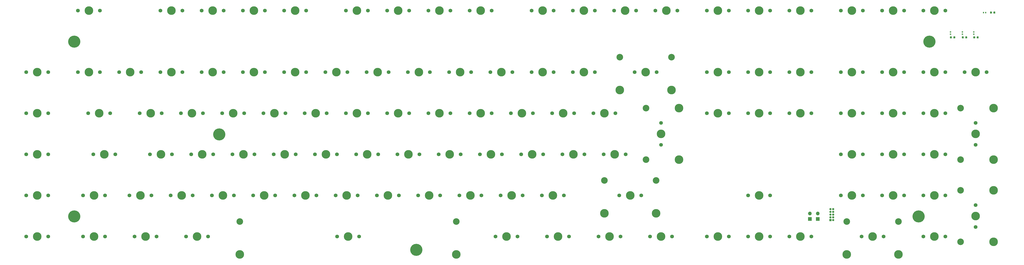
<source format=gbr>
G04 #@! TF.GenerationSoftware,KiCad,Pcbnew,(5.1.9)-1*
G04 #@! TF.CreationDate,2021-04-19T22:21:22+02:00*
G04 #@! TF.ProjectId,keyboard,6b657962-6f61-4726-942e-6b696361645f,rev?*
G04 #@! TF.SameCoordinates,Original*
G04 #@! TF.FileFunction,Soldermask,Top*
G04 #@! TF.FilePolarity,Negative*
%FSLAX46Y46*%
G04 Gerber Fmt 4.6, Leading zero omitted, Abs format (unit mm)*
G04 Created by KiCad (PCBNEW (5.1.9)-1) date 2021-04-19 22:21:22*
%MOMM*%
%LPD*%
G01*
G04 APERTURE LIST*
%ADD10C,3.987800*%
%ADD11C,1.750000*%
%ADD12C,3.048000*%
%ADD13C,1.701800*%
%ADD14C,5.600000*%
%ADD15O,1.700000X1.700000*%
%ADD16R,1.700000X1.700000*%
%ADD17O,1.000000X1.000000*%
%ADD18R,1.000000X1.000000*%
G04 APERTURE END LIST*
D10*
X364331250Y-114300000D03*
D11*
X359251250Y-114300000D03*
X369411250Y-114300000D03*
D10*
X327342500Y-73787000D03*
X327342500Y-97663000D03*
D12*
X312102500Y-73787000D03*
X312102500Y-97663000D03*
D13*
X319087500Y-90805000D03*
X319087500Y-80645000D03*
D10*
X319087500Y-85725000D03*
X254793750Y-76200000D03*
D11*
X249713750Y-76200000D03*
X259873750Y-76200000D03*
D14*
X206000000Y-139500000D03*
X48000000Y-124000000D03*
X115000000Y-86000000D03*
X48000000Y-43000000D03*
X438000000Y-124000000D03*
X443000000Y-43000000D03*
D11*
X450373750Y-133350000D03*
X440213750Y-133350000D03*
D10*
X445293750Y-133350000D03*
X464343750Y-123825000D03*
D11*
X464343750Y-128905000D03*
X464343750Y-118745000D03*
D12*
X457358750Y-135763000D03*
X457358750Y-111887000D03*
D10*
X472598750Y-135763000D03*
X472598750Y-111887000D03*
X472598750Y-73787000D03*
X472598750Y-97663000D03*
D12*
X457358750Y-73787000D03*
X457358750Y-97663000D03*
D11*
X464343750Y-80645000D03*
X464343750Y-90805000D03*
D10*
X464343750Y-85725000D03*
D15*
X391400000Y-122660000D03*
D16*
X391400000Y-125200000D03*
D15*
X387756400Y-122660000D03*
D16*
X387756400Y-125200000D03*
D17*
X398520000Y-120590000D03*
X397250000Y-120590000D03*
X398520000Y-121860000D03*
X397250000Y-121860000D03*
X398520000Y-123130000D03*
X397250000Y-123130000D03*
X398520000Y-124400000D03*
X397250000Y-124400000D03*
X398520000Y-125670000D03*
D18*
X397250000Y-125670000D03*
D10*
X54768750Y-28575000D03*
D11*
X49688750Y-28575000D03*
X59848750Y-28575000D03*
D10*
X92868750Y-28575000D03*
D11*
X87788750Y-28575000D03*
X97948750Y-28575000D03*
D10*
X111918750Y-28575000D03*
D11*
X106838750Y-28575000D03*
X116998750Y-28575000D03*
D10*
X130968750Y-28575000D03*
D11*
X125888750Y-28575000D03*
X136048750Y-28575000D03*
D10*
X150018750Y-28575000D03*
D11*
X144938750Y-28575000D03*
X155098750Y-28575000D03*
D10*
X178593750Y-28575000D03*
D11*
X173513750Y-28575000D03*
X183673750Y-28575000D03*
D10*
X197643750Y-28575000D03*
D11*
X192563750Y-28575000D03*
X202723750Y-28575000D03*
D10*
X216693750Y-28575000D03*
D11*
X211613750Y-28575000D03*
X221773750Y-28575000D03*
D10*
X235743750Y-28575000D03*
D11*
X230663750Y-28575000D03*
X240823750Y-28575000D03*
D10*
X264318750Y-28575000D03*
D11*
X259238750Y-28575000D03*
X269398750Y-28575000D03*
D10*
X283368750Y-28575000D03*
D11*
X278288750Y-28575000D03*
X288448750Y-28575000D03*
D10*
X302418750Y-28575000D03*
D11*
X297338750Y-28575000D03*
X307498750Y-28575000D03*
D10*
X321468750Y-28575000D03*
D11*
X316388750Y-28575000D03*
X326548750Y-28575000D03*
D10*
X345281250Y-28575000D03*
D11*
X340201250Y-28575000D03*
X350361250Y-28575000D03*
D10*
X364331250Y-28575000D03*
D11*
X359251250Y-28575000D03*
X369411250Y-28575000D03*
D10*
X383381250Y-28575000D03*
D11*
X378301250Y-28575000D03*
X388461250Y-28575000D03*
D10*
X407193750Y-28575000D03*
D11*
X402113750Y-28575000D03*
X412273750Y-28575000D03*
D10*
X426243750Y-28575000D03*
D11*
X421163750Y-28575000D03*
X431323750Y-28575000D03*
D10*
X445293750Y-28575000D03*
D11*
X440213750Y-28575000D03*
X450373750Y-28575000D03*
D10*
X30956250Y-57150000D03*
D11*
X25876250Y-57150000D03*
X36036250Y-57150000D03*
D10*
X54768750Y-57150000D03*
D11*
X49688750Y-57150000D03*
X59848750Y-57150000D03*
D10*
X73818750Y-57150000D03*
D11*
X68738750Y-57150000D03*
X78898750Y-57150000D03*
D10*
X92868750Y-57150000D03*
D11*
X87788750Y-57150000D03*
X97948750Y-57150000D03*
D10*
X111918750Y-57150000D03*
D11*
X106838750Y-57150000D03*
X116998750Y-57150000D03*
D10*
X130968750Y-57150000D03*
D11*
X125888750Y-57150000D03*
X136048750Y-57150000D03*
D10*
X150018750Y-57150000D03*
D11*
X144938750Y-57150000D03*
X155098750Y-57150000D03*
D10*
X169068750Y-57150000D03*
D11*
X163988750Y-57150000D03*
X174148750Y-57150000D03*
D10*
X188118750Y-57150000D03*
D11*
X183038750Y-57150000D03*
X193198750Y-57150000D03*
D10*
X207168750Y-57150000D03*
D11*
X202088750Y-57150000D03*
X212248750Y-57150000D03*
D10*
X226218750Y-57150000D03*
D11*
X221138750Y-57150000D03*
X231298750Y-57150000D03*
D10*
X245268750Y-57150000D03*
D11*
X240188750Y-57150000D03*
X250348750Y-57150000D03*
D10*
X264318750Y-57150000D03*
D11*
X259238750Y-57150000D03*
X269398750Y-57150000D03*
D10*
X283368750Y-57150000D03*
D11*
X278288750Y-57150000D03*
X288448750Y-57150000D03*
D10*
X311943750Y-57150000D03*
D11*
X306863750Y-57150000D03*
X317023750Y-57150000D03*
D12*
X300005750Y-50165000D03*
X323881750Y-50165000D03*
D10*
X300005750Y-65405000D03*
X323881750Y-65405000D03*
X345281250Y-57150000D03*
D11*
X340201250Y-57150000D03*
X350361250Y-57150000D03*
D10*
X364331250Y-57150000D03*
D11*
X359251250Y-57150000D03*
X369411250Y-57150000D03*
D10*
X383381250Y-57150000D03*
D11*
X378301250Y-57150000D03*
X388461250Y-57150000D03*
D10*
X407193750Y-57150000D03*
D11*
X402113750Y-57150000D03*
X412273750Y-57150000D03*
D10*
X426243750Y-57150000D03*
D11*
X421163750Y-57150000D03*
X431323750Y-57150000D03*
D10*
X445293750Y-57150000D03*
D11*
X440213750Y-57150000D03*
X450373750Y-57150000D03*
D10*
X464343750Y-57150000D03*
D11*
X459263750Y-57150000D03*
X469423750Y-57150000D03*
D10*
X30956250Y-76200000D03*
D11*
X25876250Y-76200000D03*
X36036250Y-76200000D03*
D10*
X59531250Y-76200000D03*
D11*
X54451250Y-76200000D03*
X64611250Y-76200000D03*
D10*
X83343750Y-76200000D03*
D11*
X78263750Y-76200000D03*
X88423750Y-76200000D03*
D10*
X102393750Y-76200000D03*
D11*
X97313750Y-76200000D03*
X107473750Y-76200000D03*
D10*
X121443750Y-76200000D03*
D11*
X116363750Y-76200000D03*
X126523750Y-76200000D03*
D10*
X140493750Y-76200000D03*
D11*
X135413750Y-76200000D03*
X145573750Y-76200000D03*
D10*
X159543750Y-76200000D03*
D11*
X154463750Y-76200000D03*
X164623750Y-76200000D03*
D10*
X178593750Y-76200000D03*
D11*
X173513750Y-76200000D03*
X183673750Y-76200000D03*
D10*
X197643750Y-76200000D03*
D11*
X192563750Y-76200000D03*
X202723750Y-76200000D03*
D10*
X216693750Y-76200000D03*
D11*
X211613750Y-76200000D03*
X221773750Y-76200000D03*
D10*
X235743750Y-76200000D03*
D11*
X230663750Y-76200000D03*
X240823750Y-76200000D03*
D10*
X273843750Y-76200000D03*
D11*
X268763750Y-76200000D03*
X278923750Y-76200000D03*
D10*
X292893750Y-76200000D03*
D11*
X287813750Y-76200000D03*
X297973750Y-76200000D03*
D10*
X345281250Y-76200000D03*
D11*
X340201250Y-76200000D03*
X350361250Y-76200000D03*
D10*
X364331250Y-76200000D03*
D11*
X359251250Y-76200000D03*
X369411250Y-76200000D03*
D10*
X383381250Y-76200000D03*
D11*
X378301250Y-76200000D03*
X388461250Y-76200000D03*
D10*
X407193750Y-76200000D03*
D11*
X402113750Y-76200000D03*
X412273750Y-76200000D03*
D10*
X426243750Y-76200000D03*
D11*
X421163750Y-76200000D03*
X431323750Y-76200000D03*
D10*
X445293750Y-76200000D03*
D11*
X440213750Y-76200000D03*
X450373750Y-76200000D03*
D10*
X30956250Y-95250000D03*
D11*
X25876250Y-95250000D03*
X36036250Y-95250000D03*
D10*
X61912500Y-95250000D03*
D11*
X56832500Y-95250000D03*
X66992500Y-95250000D03*
D10*
X88106250Y-95250000D03*
D11*
X83026250Y-95250000D03*
X93186250Y-95250000D03*
D10*
X107156250Y-95250000D03*
D11*
X102076250Y-95250000D03*
X112236250Y-95250000D03*
D10*
X126206250Y-95250000D03*
D11*
X121126250Y-95250000D03*
X131286250Y-95250000D03*
D10*
X145256250Y-95250000D03*
D11*
X140176250Y-95250000D03*
X150336250Y-95250000D03*
D10*
X164306250Y-95250000D03*
D11*
X159226250Y-95250000D03*
X169386250Y-95250000D03*
D10*
X183356250Y-95250000D03*
D11*
X178276250Y-95250000D03*
X188436250Y-95250000D03*
D10*
X202406250Y-95250000D03*
D11*
X197326250Y-95250000D03*
X207486250Y-95250000D03*
D10*
X221456250Y-95250000D03*
D11*
X216376250Y-95250000D03*
X226536250Y-95250000D03*
D10*
X240506250Y-95250000D03*
D11*
X235426250Y-95250000D03*
X245586250Y-95250000D03*
D10*
X259556250Y-95250000D03*
D11*
X254476250Y-95250000D03*
X264636250Y-95250000D03*
D10*
X278606250Y-95250000D03*
D11*
X273526250Y-95250000D03*
X283686250Y-95250000D03*
D10*
X297656250Y-95250000D03*
D11*
X292576250Y-95250000D03*
X302736250Y-95250000D03*
D10*
X407193750Y-95250000D03*
D11*
X402113750Y-95250000D03*
X412273750Y-95250000D03*
D10*
X426243750Y-95250000D03*
D11*
X421163750Y-95250000D03*
X431323750Y-95250000D03*
D10*
X445293750Y-95250000D03*
D11*
X440213750Y-95250000D03*
X450373750Y-95250000D03*
D10*
X30956250Y-114300000D03*
D11*
X25876250Y-114300000D03*
X36036250Y-114300000D03*
D10*
X57150000Y-114300000D03*
D11*
X52070000Y-114300000D03*
X62230000Y-114300000D03*
D10*
X78581250Y-114300000D03*
D11*
X73501250Y-114300000D03*
X83661250Y-114300000D03*
D10*
X97631250Y-114300000D03*
D11*
X92551250Y-114300000D03*
X102711250Y-114300000D03*
D10*
X116681250Y-114300000D03*
D11*
X111601250Y-114300000D03*
X121761250Y-114300000D03*
D10*
X135731250Y-114300000D03*
D11*
X130651250Y-114300000D03*
X140811250Y-114300000D03*
D10*
X154781250Y-114300000D03*
D11*
X149701250Y-114300000D03*
X159861250Y-114300000D03*
D10*
X173831250Y-114300000D03*
D11*
X168751250Y-114300000D03*
X178911250Y-114300000D03*
D10*
X192881250Y-114300000D03*
D11*
X187801250Y-114300000D03*
X197961250Y-114300000D03*
D10*
X211931250Y-114300000D03*
D11*
X206851250Y-114300000D03*
X217011250Y-114300000D03*
D10*
X230981250Y-114300000D03*
D11*
X225901250Y-114300000D03*
X236061250Y-114300000D03*
D10*
X250031250Y-114300000D03*
D11*
X244951250Y-114300000D03*
X255111250Y-114300000D03*
D10*
X269081250Y-114300000D03*
D11*
X264001250Y-114300000D03*
X274161250Y-114300000D03*
D10*
X304800000Y-114300000D03*
D11*
X299720000Y-114300000D03*
X309880000Y-114300000D03*
D12*
X292862000Y-107315000D03*
X316738000Y-107315000D03*
D10*
X292862000Y-122555000D03*
X316738000Y-122555000D03*
X407193750Y-114300000D03*
D11*
X402113750Y-114300000D03*
X412273750Y-114300000D03*
D10*
X426243750Y-114300000D03*
D11*
X421163750Y-114300000D03*
X431323750Y-114300000D03*
D10*
X445293750Y-114300000D03*
D11*
X440213750Y-114300000D03*
X450373750Y-114300000D03*
D10*
X30956250Y-133350000D03*
D11*
X25876250Y-133350000D03*
X36036250Y-133350000D03*
D10*
X57150000Y-133350000D03*
D11*
X52070000Y-133350000D03*
X62230000Y-133350000D03*
D10*
X80962500Y-133350000D03*
D11*
X75882500Y-133350000D03*
X86042500Y-133350000D03*
D10*
X104775000Y-133350000D03*
D11*
X99695000Y-133350000D03*
X109855000Y-133350000D03*
D10*
X174512500Y-133350000D03*
D11*
X169432500Y-133350000D03*
X179592500Y-133350000D03*
D12*
X124512600Y-126365000D03*
X224512400Y-126365000D03*
D10*
X124512600Y-141605000D03*
X224512400Y-141605000D03*
X247650000Y-133350000D03*
D11*
X242570000Y-133350000D03*
X252730000Y-133350000D03*
D10*
X271462500Y-133350000D03*
D11*
X266382500Y-133350000D03*
X276542500Y-133350000D03*
D10*
X295275000Y-133350000D03*
D11*
X290195000Y-133350000D03*
X300355000Y-133350000D03*
D10*
X319087500Y-133350000D03*
D11*
X314007500Y-133350000D03*
X324167500Y-133350000D03*
D10*
X345281250Y-133350000D03*
D11*
X340201250Y-133350000D03*
X350361250Y-133350000D03*
D10*
X364331250Y-133350000D03*
D11*
X359251250Y-133350000D03*
X369411250Y-133350000D03*
D10*
X383381250Y-133350000D03*
D11*
X378301250Y-133350000D03*
X388461250Y-133350000D03*
D10*
X416718750Y-133350000D03*
D11*
X411638750Y-133350000D03*
X421798750Y-133350000D03*
D12*
X404780750Y-126365000D03*
X428656750Y-126365000D03*
D10*
X404780750Y-141605000D03*
X428656750Y-141605000D03*
G36*
G01*
X472562500Y-29756250D02*
X472562500Y-29243750D01*
G75*
G02*
X472781250Y-29025000I218750J0D01*
G01*
X473218750Y-29025000D01*
G75*
G02*
X473437500Y-29243750I0J-218750D01*
G01*
X473437500Y-29756250D01*
G75*
G02*
X473218750Y-29975000I-218750J0D01*
G01*
X472781250Y-29975000D01*
G75*
G02*
X472562500Y-29756250I0J218750D01*
G01*
G37*
G36*
G01*
X470987500Y-29756250D02*
X470987500Y-29243750D01*
G75*
G02*
X471206250Y-29025000I218750J0D01*
G01*
X471643750Y-29025000D01*
G75*
G02*
X471862500Y-29243750I0J-218750D01*
G01*
X471862500Y-29756250D01*
G75*
G02*
X471643750Y-29975000I-218750J0D01*
G01*
X471206250Y-29975000D01*
G75*
G02*
X470987500Y-29756250I0J218750D01*
G01*
G37*
G36*
G01*
X454062500Y-41256250D02*
X454062500Y-40743750D01*
G75*
G02*
X454281250Y-40525000I218750J0D01*
G01*
X454718750Y-40525000D01*
G75*
G02*
X454937500Y-40743750I0J-218750D01*
G01*
X454937500Y-41256250D01*
G75*
G02*
X454718750Y-41475000I-218750J0D01*
G01*
X454281250Y-41475000D01*
G75*
G02*
X454062500Y-41256250I0J218750D01*
G01*
G37*
G36*
G01*
X452487500Y-41256250D02*
X452487500Y-40743750D01*
G75*
G02*
X452706250Y-40525000I218750J0D01*
G01*
X453143750Y-40525000D01*
G75*
G02*
X453362500Y-40743750I0J-218750D01*
G01*
X453362500Y-41256250D01*
G75*
G02*
X453143750Y-41475000I-218750J0D01*
G01*
X452706250Y-41475000D01*
G75*
G02*
X452487500Y-41256250I0J218750D01*
G01*
G37*
G36*
G01*
X457987500Y-41256250D02*
X457987500Y-40743750D01*
G75*
G02*
X458206250Y-40525000I218750J0D01*
G01*
X458643750Y-40525000D01*
G75*
G02*
X458862500Y-40743750I0J-218750D01*
G01*
X458862500Y-41256250D01*
G75*
G02*
X458643750Y-41475000I-218750J0D01*
G01*
X458206250Y-41475000D01*
G75*
G02*
X457987500Y-41256250I0J218750D01*
G01*
G37*
G36*
G01*
X459562500Y-41256250D02*
X459562500Y-40743750D01*
G75*
G02*
X459781250Y-40525000I218750J0D01*
G01*
X460218750Y-40525000D01*
G75*
G02*
X460437500Y-40743750I0J-218750D01*
G01*
X460437500Y-41256250D01*
G75*
G02*
X460218750Y-41475000I-218750J0D01*
G01*
X459781250Y-41475000D01*
G75*
G02*
X459562500Y-41256250I0J218750D01*
G01*
G37*
G36*
G01*
X463275000Y-41256250D02*
X463275000Y-40743750D01*
G75*
G02*
X463493750Y-40525000I218750J0D01*
G01*
X463931250Y-40525000D01*
G75*
G02*
X464150000Y-40743750I0J-218750D01*
G01*
X464150000Y-41256250D01*
G75*
G02*
X463931250Y-41475000I-218750J0D01*
G01*
X463493750Y-41475000D01*
G75*
G02*
X463275000Y-41256250I0J218750D01*
G01*
G37*
G36*
G01*
X464850000Y-41256250D02*
X464850000Y-40743750D01*
G75*
G02*
X465068750Y-40525000I218750J0D01*
G01*
X465506250Y-40525000D01*
G75*
G02*
X465725000Y-40743750I0J-218750D01*
G01*
X465725000Y-41256250D01*
G75*
G02*
X465506250Y-41475000I-218750J0D01*
G01*
X465068750Y-41475000D01*
G75*
G02*
X464850000Y-41256250I0J218750D01*
G01*
G37*
G36*
G01*
X467710000Y-29685000D02*
X467710000Y-29315000D01*
G75*
G02*
X467845000Y-29180000I135000J0D01*
G01*
X468115000Y-29180000D01*
G75*
G02*
X468250000Y-29315000I0J-135000D01*
G01*
X468250000Y-29685000D01*
G75*
G02*
X468115000Y-29820000I-135000J0D01*
G01*
X467845000Y-29820000D01*
G75*
G02*
X467710000Y-29685000I0J135000D01*
G01*
G37*
G36*
G01*
X468730000Y-29685000D02*
X468730000Y-29315000D01*
G75*
G02*
X468865000Y-29180000I135000J0D01*
G01*
X469135000Y-29180000D01*
G75*
G02*
X469270000Y-29315000I0J-135000D01*
G01*
X469270000Y-29685000D01*
G75*
G02*
X469135000Y-29820000I-135000J0D01*
G01*
X468865000Y-29820000D01*
G75*
G02*
X468730000Y-29685000I0J135000D01*
G01*
G37*
G36*
G01*
X452565000Y-39230000D02*
X452935000Y-39230000D01*
G75*
G02*
X453070000Y-39365000I0J-135000D01*
G01*
X453070000Y-39635000D01*
G75*
G02*
X452935000Y-39770000I-135000J0D01*
G01*
X452565000Y-39770000D01*
G75*
G02*
X452430000Y-39635000I0J135000D01*
G01*
X452430000Y-39365000D01*
G75*
G02*
X452565000Y-39230000I135000J0D01*
G01*
G37*
G36*
G01*
X452565000Y-38210000D02*
X452935000Y-38210000D01*
G75*
G02*
X453070000Y-38345000I0J-135000D01*
G01*
X453070000Y-38615000D01*
G75*
G02*
X452935000Y-38750000I-135000J0D01*
G01*
X452565000Y-38750000D01*
G75*
G02*
X452430000Y-38615000I0J135000D01*
G01*
X452430000Y-38345000D01*
G75*
G02*
X452565000Y-38210000I135000J0D01*
G01*
G37*
G36*
G01*
X458065000Y-38210000D02*
X458435000Y-38210000D01*
G75*
G02*
X458570000Y-38345000I0J-135000D01*
G01*
X458570000Y-38615000D01*
G75*
G02*
X458435000Y-38750000I-135000J0D01*
G01*
X458065000Y-38750000D01*
G75*
G02*
X457930000Y-38615000I0J135000D01*
G01*
X457930000Y-38345000D01*
G75*
G02*
X458065000Y-38210000I135000J0D01*
G01*
G37*
G36*
G01*
X458065000Y-39230000D02*
X458435000Y-39230000D01*
G75*
G02*
X458570000Y-39365000I0J-135000D01*
G01*
X458570000Y-39635000D01*
G75*
G02*
X458435000Y-39770000I-135000J0D01*
G01*
X458065000Y-39770000D01*
G75*
G02*
X457930000Y-39635000I0J135000D01*
G01*
X457930000Y-39365000D01*
G75*
G02*
X458065000Y-39230000I135000J0D01*
G01*
G37*
G36*
G01*
X463315000Y-39230000D02*
X463685000Y-39230000D01*
G75*
G02*
X463820000Y-39365000I0J-135000D01*
G01*
X463820000Y-39635000D01*
G75*
G02*
X463685000Y-39770000I-135000J0D01*
G01*
X463315000Y-39770000D01*
G75*
G02*
X463180000Y-39635000I0J135000D01*
G01*
X463180000Y-39365000D01*
G75*
G02*
X463315000Y-39230000I135000J0D01*
G01*
G37*
G36*
G01*
X463315000Y-38210000D02*
X463685000Y-38210000D01*
G75*
G02*
X463820000Y-38345000I0J-135000D01*
G01*
X463820000Y-38615000D01*
G75*
G02*
X463685000Y-38750000I-135000J0D01*
G01*
X463315000Y-38750000D01*
G75*
G02*
X463180000Y-38615000I0J135000D01*
G01*
X463180000Y-38345000D01*
G75*
G02*
X463315000Y-38210000I135000J0D01*
G01*
G37*
M02*

</source>
